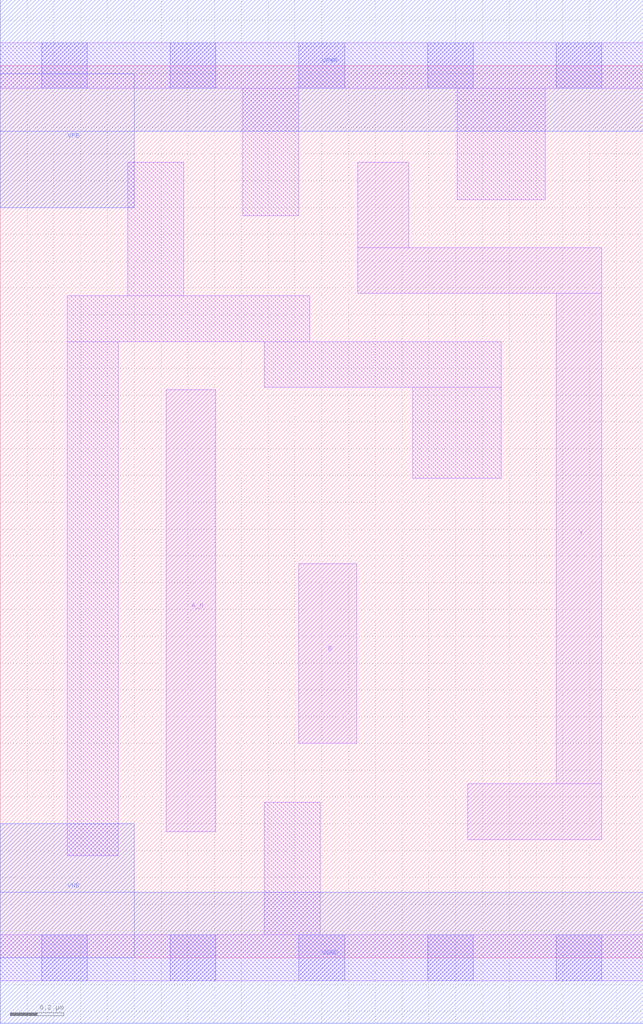
<source format=lef>
# Copyright 2020 The SkyWater PDK Authors
#
# Licensed under the Apache License, Version 2.0 (the "License");
# you may not use this file except in compliance with the License.
# You may obtain a copy of the License at
#
#     https://www.apache.org/licenses/LICENSE-2.0
#
# Unless required by applicable law or agreed to in writing, software
# distributed under the License is distributed on an "AS IS" BASIS,
# WITHOUT WARRANTIES OR CONDITIONS OF ANY KIND, either express or implied.
# See the License for the specific language governing permissions and
# limitations under the License.
#
# SPDX-License-Identifier: Apache-2.0

VERSION 5.5 ;
NAMESCASESENSITIVE ON ;
BUSBITCHARS "[]" ;
DIVIDERCHAR "/" ;
MACRO sky130_fd_sc_lp__nand2b_m
  CLASS CORE ;
  SOURCE USER ;
  ORIGIN  0.000000  0.000000 ;
  SIZE  2.400000 BY  3.330000 ;
  SYMMETRY X Y R90 ;
  SITE unit ;
  PIN A_N
    ANTENNAGATEAREA  0.126000 ;
    DIRECTION INPUT ;
    USE SIGNAL ;
    PORT
      LAYER li1 ;
        RECT 0.620000 0.470000 0.805000 2.120000 ;
    END
  END A_N
  PIN B
    ANTENNAGATEAREA  0.126000 ;
    DIRECTION INPUT ;
    USE SIGNAL ;
    PORT
      LAYER li1 ;
        RECT 1.115000 0.800000 1.330000 1.470000 ;
    END
  END B
  PIN Y
    ANTENNADIFFAREA  0.228900 ;
    DIRECTION OUTPUT ;
    USE SIGNAL ;
    PORT
      LAYER li1 ;
        RECT 1.335000 2.480000 2.245000 2.650000 ;
        RECT 1.335000 2.650000 1.525000 2.970000 ;
        RECT 1.745000 0.440000 2.245000 0.650000 ;
        RECT 2.075000 0.650000 2.245000 2.480000 ;
    END
  END Y
  PIN VGND
    DIRECTION INOUT ;
    USE GROUND ;
    PORT
      LAYER met1 ;
        RECT 0.000000 -0.245000 2.400000 0.245000 ;
    END
  END VGND
  PIN VNB
    DIRECTION INOUT ;
    USE GROUND ;
    PORT
    END
  END VNB
  PIN VPB
    DIRECTION INOUT ;
    USE POWER ;
    PORT
    END
  END VPB
  PIN VNB
    DIRECTION INOUT ;
    USE GROUND ;
    PORT
      LAYER met1 ;
        RECT 0.000000 0.000000 0.500000 0.500000 ;
    END
  END VNB
  PIN VPB
    DIRECTION INOUT ;
    USE POWER ;
    PORT
      LAYER met1 ;
        RECT 0.000000 2.800000 0.500000 3.300000 ;
    END
  END VPB
  PIN VPWR
    DIRECTION INOUT ;
    USE POWER ;
    PORT
      LAYER met1 ;
        RECT 0.000000 3.085000 2.400000 3.575000 ;
    END
  END VPWR
  OBS
    LAYER li1 ;
      RECT 0.000000 -0.085000 2.400000 0.085000 ;
      RECT 0.000000  3.245000 2.400000 3.415000 ;
      RECT 0.250000  0.380000 0.440000 2.300000 ;
      RECT 0.250000  2.300000 1.155000 2.470000 ;
      RECT 0.475000  2.470000 0.685000 2.970000 ;
      RECT 0.905000  2.770000 1.115000 3.245000 ;
      RECT 0.985000  0.085000 1.195000 0.580000 ;
      RECT 0.985000  2.130000 1.870000 2.300000 ;
      RECT 1.540000  1.790000 1.870000 2.130000 ;
      RECT 1.705000  2.830000 2.035000 3.245000 ;
    LAYER mcon ;
      RECT 0.155000 -0.085000 0.325000 0.085000 ;
      RECT 0.155000  3.245000 0.325000 3.415000 ;
      RECT 0.635000 -0.085000 0.805000 0.085000 ;
      RECT 0.635000  3.245000 0.805000 3.415000 ;
      RECT 1.115000 -0.085000 1.285000 0.085000 ;
      RECT 1.115000  3.245000 1.285000 3.415000 ;
      RECT 1.595000 -0.085000 1.765000 0.085000 ;
      RECT 1.595000  3.245000 1.765000 3.415000 ;
      RECT 2.075000 -0.085000 2.245000 0.085000 ;
      RECT 2.075000  3.245000 2.245000 3.415000 ;
  END
END sky130_fd_sc_lp__nand2b_m
END LIBRARY

</source>
